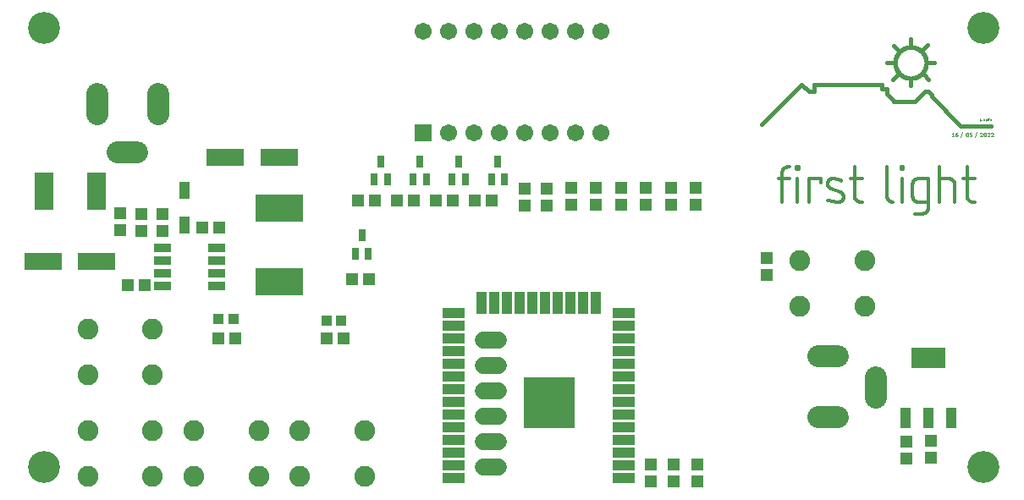
<source format=gbr>
G04 EAGLE Gerber RS-274X export*
G75*
%MOMM*%
%FSLAX34Y34*%
%LPD*%
%INSoldermask Top*%
%IPPOS*%
%AMOC8*
5,1,8,0,0,1.08239X$1,22.5*%
G01*
%ADD10C,3.203200*%
%ADD11C,0.406400*%
%ADD12C,0.025400*%
%ADD13C,0.304800*%
%ADD14R,1.203200X1.303200*%
%ADD15R,3.703200X1.803200*%
%ADD16R,1.303200X1.203200*%
%ADD17R,1.003200X1.803200*%
%ADD18R,1.981200X3.708400*%
%ADD19R,1.728200X0.903200*%
%ADD20C,2.203200*%
%ADD21R,1.003200X1.003200*%
%ADD22R,1.103200X2.003200*%
%ADD23R,3.403200X2.003200*%
%ADD24C,2.082800*%
%ADD25R,0.703200X1.203200*%
%ADD26R,1.711200X1.711200*%
%ADD27C,1.711200*%
%ADD28R,4.703200X2.703200*%
%ADD29R,2.203200X1.103200*%
%ADD30R,1.103200X2.203200*%
%ADD31R,5.203200X5.203200*%
%ADD32C,1.727200*%


D10*
X970000Y470000D03*
X970000Y30000D03*
X30000Y470000D03*
X30000Y30000D03*
D11*
X947000Y372000D02*
X977000Y372000D01*
X788000Y413000D02*
X748000Y373000D01*
X788000Y413000D02*
X795000Y406000D01*
X800000Y406000D01*
X800000Y413000D01*
X868000Y413000D01*
X868000Y409000D01*
X873000Y409000D01*
X873000Y404000D01*
X880000Y397000D01*
X880000Y396000D01*
X901000Y396000D01*
X911000Y406000D01*
X915000Y406000D01*
X918000Y403000D01*
X918000Y401000D01*
X947000Y372000D01*
X881380Y435000D02*
X881385Y435383D01*
X881399Y435766D01*
X881422Y436149D01*
X881455Y436531D01*
X881497Y436912D01*
X881549Y437292D01*
X881610Y437670D01*
X881680Y438047D01*
X881760Y438422D01*
X881848Y438795D01*
X881946Y439166D01*
X882053Y439534D01*
X882168Y439900D01*
X882293Y440262D01*
X882427Y440622D01*
X882569Y440978D01*
X882720Y441330D01*
X882880Y441678D01*
X883048Y442023D01*
X883224Y442363D01*
X883409Y442699D01*
X883602Y443030D01*
X883803Y443357D01*
X884012Y443678D01*
X884229Y443994D01*
X884454Y444305D01*
X884686Y444610D01*
X884926Y444909D01*
X885172Y445203D01*
X885426Y445490D01*
X885687Y445771D01*
X885955Y446045D01*
X886229Y446313D01*
X886510Y446574D01*
X886797Y446828D01*
X887091Y447074D01*
X887390Y447314D01*
X887695Y447546D01*
X888006Y447771D01*
X888322Y447988D01*
X888643Y448197D01*
X888970Y448398D01*
X889301Y448591D01*
X889637Y448776D01*
X889977Y448952D01*
X890322Y449120D01*
X890670Y449280D01*
X891022Y449431D01*
X891378Y449573D01*
X891738Y449707D01*
X892100Y449832D01*
X892466Y449947D01*
X892834Y450054D01*
X893205Y450152D01*
X893578Y450240D01*
X893953Y450320D01*
X894330Y450390D01*
X894708Y450451D01*
X895088Y450503D01*
X895469Y450545D01*
X895851Y450578D01*
X896234Y450601D01*
X896617Y450615D01*
X897000Y450620D01*
X897383Y450615D01*
X897766Y450601D01*
X898149Y450578D01*
X898531Y450545D01*
X898912Y450503D01*
X899292Y450451D01*
X899670Y450390D01*
X900047Y450320D01*
X900422Y450240D01*
X900795Y450152D01*
X901166Y450054D01*
X901534Y449947D01*
X901900Y449832D01*
X902262Y449707D01*
X902622Y449573D01*
X902978Y449431D01*
X903330Y449280D01*
X903678Y449120D01*
X904023Y448952D01*
X904363Y448776D01*
X904699Y448591D01*
X905030Y448398D01*
X905357Y448197D01*
X905678Y447988D01*
X905994Y447771D01*
X906305Y447546D01*
X906610Y447314D01*
X906909Y447074D01*
X907203Y446828D01*
X907490Y446574D01*
X907771Y446313D01*
X908045Y446045D01*
X908313Y445771D01*
X908574Y445490D01*
X908828Y445203D01*
X909074Y444909D01*
X909314Y444610D01*
X909546Y444305D01*
X909771Y443994D01*
X909988Y443678D01*
X910197Y443357D01*
X910398Y443030D01*
X910591Y442699D01*
X910776Y442363D01*
X910952Y442023D01*
X911120Y441678D01*
X911280Y441330D01*
X911431Y440978D01*
X911573Y440622D01*
X911707Y440262D01*
X911832Y439900D01*
X911947Y439534D01*
X912054Y439166D01*
X912152Y438795D01*
X912240Y438422D01*
X912320Y438047D01*
X912390Y437670D01*
X912451Y437292D01*
X912503Y436912D01*
X912545Y436531D01*
X912578Y436149D01*
X912601Y435766D01*
X912615Y435383D01*
X912620Y435000D01*
X912615Y434617D01*
X912601Y434234D01*
X912578Y433851D01*
X912545Y433469D01*
X912503Y433088D01*
X912451Y432708D01*
X912390Y432330D01*
X912320Y431953D01*
X912240Y431578D01*
X912152Y431205D01*
X912054Y430834D01*
X911947Y430466D01*
X911832Y430100D01*
X911707Y429738D01*
X911573Y429378D01*
X911431Y429022D01*
X911280Y428670D01*
X911120Y428322D01*
X910952Y427977D01*
X910776Y427637D01*
X910591Y427301D01*
X910398Y426970D01*
X910197Y426643D01*
X909988Y426322D01*
X909771Y426006D01*
X909546Y425695D01*
X909314Y425390D01*
X909074Y425091D01*
X908828Y424797D01*
X908574Y424510D01*
X908313Y424229D01*
X908045Y423955D01*
X907771Y423687D01*
X907490Y423426D01*
X907203Y423172D01*
X906909Y422926D01*
X906610Y422686D01*
X906305Y422454D01*
X905994Y422229D01*
X905678Y422012D01*
X905357Y421803D01*
X905030Y421602D01*
X904699Y421409D01*
X904363Y421224D01*
X904023Y421048D01*
X903678Y420880D01*
X903330Y420720D01*
X902978Y420569D01*
X902622Y420427D01*
X902262Y420293D01*
X901900Y420168D01*
X901534Y420053D01*
X901166Y419946D01*
X900795Y419848D01*
X900422Y419760D01*
X900047Y419680D01*
X899670Y419610D01*
X899292Y419549D01*
X898912Y419497D01*
X898531Y419455D01*
X898149Y419422D01*
X897766Y419399D01*
X897383Y419385D01*
X897000Y419380D01*
X896617Y419385D01*
X896234Y419399D01*
X895851Y419422D01*
X895469Y419455D01*
X895088Y419497D01*
X894708Y419549D01*
X894330Y419610D01*
X893953Y419680D01*
X893578Y419760D01*
X893205Y419848D01*
X892834Y419946D01*
X892466Y420053D01*
X892100Y420168D01*
X891738Y420293D01*
X891378Y420427D01*
X891022Y420569D01*
X890670Y420720D01*
X890322Y420880D01*
X889977Y421048D01*
X889637Y421224D01*
X889301Y421409D01*
X888970Y421602D01*
X888643Y421803D01*
X888322Y422012D01*
X888006Y422229D01*
X887695Y422454D01*
X887390Y422686D01*
X887091Y422926D01*
X886797Y423172D01*
X886510Y423426D01*
X886229Y423687D01*
X885955Y423955D01*
X885687Y424229D01*
X885426Y424510D01*
X885172Y424797D01*
X884926Y425091D01*
X884686Y425390D01*
X884454Y425695D01*
X884229Y426006D01*
X884012Y426322D01*
X883803Y426643D01*
X883602Y426970D01*
X883409Y427301D01*
X883224Y427637D01*
X883048Y427977D01*
X882880Y428322D01*
X882720Y428670D01*
X882569Y429022D01*
X882427Y429378D01*
X882293Y429738D01*
X882168Y430100D01*
X882053Y430466D01*
X881946Y430834D01*
X881848Y431205D01*
X881760Y431578D01*
X881680Y431953D01*
X881610Y432330D01*
X881549Y432708D01*
X881497Y433088D01*
X881455Y433469D01*
X881422Y433851D01*
X881399Y434234D01*
X881385Y434617D01*
X881380Y435000D01*
X897000Y417000D02*
X897000Y412000D01*
X897000Y454000D02*
X897000Y459000D01*
X878000Y435000D02*
X873000Y435000D01*
X916000Y435000D02*
X921000Y435000D01*
X883000Y422000D02*
X879000Y418000D01*
X910000Y449000D02*
X914000Y453000D01*
X911000Y422000D02*
X915000Y418000D01*
X884000Y448000D02*
X880000Y452000D01*
D12*
X966635Y378651D02*
X966635Y376746D01*
X966633Y376709D01*
X966628Y376672D01*
X966619Y376635D01*
X966606Y376600D01*
X966590Y376566D01*
X966571Y376534D01*
X966549Y376504D01*
X966523Y376477D01*
X966496Y376451D01*
X966466Y376429D01*
X966434Y376410D01*
X966400Y376394D01*
X966365Y376381D01*
X966328Y376372D01*
X966291Y376367D01*
X966254Y376365D01*
X966127Y376365D01*
X966572Y379286D02*
X966572Y379413D01*
X966699Y379413D01*
X966699Y379286D01*
X966572Y379286D01*
X967530Y377254D02*
X967530Y377127D01*
X967530Y377254D02*
X967657Y377254D01*
X967657Y377127D01*
X967530Y377127D01*
X970108Y377127D02*
X969727Y378651D01*
X970489Y378143D02*
X970108Y377127D01*
X970870Y377127D02*
X970489Y378143D01*
X971251Y378651D02*
X970870Y377127D01*
X972115Y376365D02*
X972369Y376365D01*
X973131Y378651D01*
X972115Y378651D02*
X972623Y377127D01*
X974044Y377508D02*
X974044Y379413D01*
X974044Y377508D02*
X974046Y377471D01*
X974051Y377434D01*
X974060Y377397D01*
X974073Y377362D01*
X974089Y377328D01*
X974108Y377296D01*
X974130Y377266D01*
X974156Y377239D01*
X974183Y377213D01*
X974213Y377191D01*
X974245Y377172D01*
X974279Y377156D01*
X974314Y377143D01*
X974351Y377134D01*
X974388Y377129D01*
X974425Y377127D01*
X975214Y377127D02*
X975214Y378651D01*
X975150Y379286D02*
X975150Y379413D01*
X975277Y379413D01*
X975277Y379286D01*
X975150Y379286D01*
X976534Y377127D02*
X977169Y377127D01*
X976534Y377127D02*
X976497Y377129D01*
X976460Y377134D01*
X976423Y377143D01*
X976388Y377156D01*
X976354Y377172D01*
X976322Y377191D01*
X976292Y377213D01*
X976265Y377239D01*
X976239Y377266D01*
X976217Y377296D01*
X976198Y377328D01*
X976182Y377362D01*
X976169Y377397D01*
X976160Y377434D01*
X976155Y377471D01*
X976153Y377508D01*
X976153Y378143D01*
X976155Y378187D01*
X976161Y378231D01*
X976170Y378274D01*
X976184Y378317D01*
X976201Y378358D01*
X976221Y378397D01*
X976245Y378434D01*
X976272Y378470D01*
X976302Y378502D01*
X976334Y378532D01*
X976370Y378559D01*
X976407Y378583D01*
X976446Y378603D01*
X976487Y378620D01*
X976530Y378634D01*
X976573Y378643D01*
X976617Y378649D01*
X976661Y378651D01*
X976705Y378649D01*
X976749Y378643D01*
X976792Y378634D01*
X976835Y378620D01*
X976876Y378603D01*
X976915Y378583D01*
X976952Y378559D01*
X976988Y378532D01*
X977020Y378502D01*
X977050Y378470D01*
X977077Y378434D01*
X977101Y378397D01*
X977121Y378358D01*
X977138Y378317D01*
X977152Y378274D01*
X977161Y378231D01*
X977167Y378187D01*
X977169Y378143D01*
X977169Y377889D01*
X976153Y377889D01*
X939185Y364937D02*
X938127Y364090D01*
X939185Y364937D02*
X939185Y361127D01*
X938127Y361127D02*
X940244Y361127D01*
X941785Y363244D02*
X943055Y363244D01*
X943110Y363242D01*
X943166Y363237D01*
X943220Y363228D01*
X943274Y363215D01*
X943327Y363199D01*
X943379Y363180D01*
X943430Y363157D01*
X943479Y363131D01*
X943526Y363101D01*
X943571Y363069D01*
X943613Y363034D01*
X943654Y362996D01*
X943692Y362955D01*
X943727Y362913D01*
X943759Y362868D01*
X943789Y362821D01*
X943815Y362772D01*
X943838Y362721D01*
X943857Y362669D01*
X943873Y362616D01*
X943886Y362562D01*
X943895Y362508D01*
X943900Y362452D01*
X943902Y362397D01*
X943901Y362397D02*
X943901Y362185D01*
X943899Y362121D01*
X943893Y362057D01*
X943884Y361994D01*
X943870Y361932D01*
X943853Y361870D01*
X943832Y361810D01*
X943808Y361751D01*
X943780Y361693D01*
X943748Y361638D01*
X943714Y361584D01*
X943676Y361533D01*
X943635Y361483D01*
X943591Y361437D01*
X943545Y361393D01*
X943495Y361352D01*
X943444Y361314D01*
X943390Y361280D01*
X943335Y361248D01*
X943277Y361220D01*
X943218Y361196D01*
X943158Y361175D01*
X943096Y361158D01*
X943034Y361144D01*
X942971Y361135D01*
X942907Y361129D01*
X942843Y361127D01*
X942779Y361129D01*
X942715Y361135D01*
X942652Y361144D01*
X942590Y361158D01*
X942528Y361175D01*
X942468Y361196D01*
X942409Y361220D01*
X942351Y361248D01*
X942296Y361280D01*
X942242Y361314D01*
X942191Y361352D01*
X942141Y361393D01*
X942095Y361437D01*
X942051Y361483D01*
X942010Y361533D01*
X941972Y361584D01*
X941938Y361638D01*
X941906Y361693D01*
X941878Y361751D01*
X941854Y361810D01*
X941833Y361870D01*
X941816Y361932D01*
X941802Y361994D01*
X941793Y362057D01*
X941787Y362121D01*
X941785Y362185D01*
X941785Y363244D01*
X941787Y363325D01*
X941793Y363405D01*
X941802Y363485D01*
X941816Y363564D01*
X941833Y363643D01*
X941854Y363721D01*
X941878Y363798D01*
X941906Y363873D01*
X941938Y363947D01*
X941973Y364020D01*
X942012Y364090D01*
X942054Y364159D01*
X942099Y364226D01*
X942147Y364291D01*
X942199Y364353D01*
X942253Y364412D01*
X942310Y364469D01*
X942369Y364523D01*
X942431Y364575D01*
X942496Y364623D01*
X942563Y364668D01*
X942631Y364710D01*
X942702Y364749D01*
X942775Y364784D01*
X942849Y364816D01*
X942924Y364844D01*
X943001Y364868D01*
X943079Y364889D01*
X943158Y364906D01*
X943237Y364920D01*
X943317Y364929D01*
X943397Y364935D01*
X943478Y364937D01*
X948932Y365360D02*
X947239Y360704D01*
X952269Y363032D02*
X952271Y363142D01*
X952277Y363251D01*
X952286Y363360D01*
X952300Y363469D01*
X952317Y363577D01*
X952338Y363685D01*
X952362Y363791D01*
X952391Y363897D01*
X952423Y364002D01*
X952458Y364106D01*
X952497Y364208D01*
X952540Y364309D01*
X952587Y364408D01*
X952607Y364458D01*
X952629Y364507D01*
X952655Y364555D01*
X952684Y364600D01*
X952717Y364643D01*
X952752Y364684D01*
X952790Y364723D01*
X952830Y364758D01*
X952873Y364791D01*
X952918Y364821D01*
X952965Y364848D01*
X953013Y364871D01*
X953063Y364891D01*
X953115Y364907D01*
X953167Y364920D01*
X953220Y364930D01*
X953274Y364935D01*
X953328Y364937D01*
X953382Y364935D01*
X953436Y364930D01*
X953489Y364920D01*
X953541Y364907D01*
X953593Y364891D01*
X953643Y364871D01*
X953691Y364848D01*
X953738Y364821D01*
X953783Y364791D01*
X953826Y364758D01*
X953866Y364723D01*
X953904Y364684D01*
X953939Y364643D01*
X953972Y364600D01*
X954001Y364555D01*
X954027Y364507D01*
X954049Y364458D01*
X954069Y364408D01*
X954116Y364309D01*
X954159Y364208D01*
X954198Y364106D01*
X954233Y364002D01*
X954265Y363897D01*
X954294Y363791D01*
X954318Y363685D01*
X954339Y363577D01*
X954356Y363469D01*
X954370Y363360D01*
X954379Y363251D01*
X954385Y363142D01*
X954387Y363032D01*
X952269Y363032D02*
X952271Y362922D01*
X952277Y362813D01*
X952286Y362704D01*
X952300Y362595D01*
X952317Y362487D01*
X952338Y362379D01*
X952362Y362273D01*
X952391Y362167D01*
X952423Y362062D01*
X952458Y361959D01*
X952497Y361856D01*
X952540Y361755D01*
X952587Y361656D01*
X952607Y361606D01*
X952629Y361557D01*
X952655Y361509D01*
X952684Y361464D01*
X952717Y361421D01*
X952752Y361380D01*
X952790Y361341D01*
X952830Y361306D01*
X952873Y361273D01*
X952918Y361243D01*
X952965Y361216D01*
X953013Y361193D01*
X953063Y361173D01*
X953115Y361157D01*
X953167Y361144D01*
X953220Y361134D01*
X953274Y361129D01*
X953328Y361127D01*
X954068Y361656D02*
X954115Y361755D01*
X954158Y361856D01*
X954197Y361959D01*
X954232Y362062D01*
X954264Y362167D01*
X954293Y362273D01*
X954317Y362379D01*
X954338Y362487D01*
X954355Y362595D01*
X954369Y362704D01*
X954378Y362813D01*
X954384Y362922D01*
X954386Y363032D01*
X954069Y361656D02*
X954049Y361606D01*
X954027Y361557D01*
X954001Y361509D01*
X953972Y361464D01*
X953939Y361421D01*
X953904Y361380D01*
X953866Y361341D01*
X953826Y361306D01*
X953783Y361273D01*
X953738Y361243D01*
X953691Y361216D01*
X953643Y361193D01*
X953593Y361173D01*
X953541Y361157D01*
X953489Y361144D01*
X953436Y361134D01*
X953382Y361129D01*
X953328Y361127D01*
X952481Y361974D02*
X954175Y364090D01*
X955927Y361127D02*
X957197Y361127D01*
X957252Y361129D01*
X957308Y361134D01*
X957362Y361143D01*
X957416Y361156D01*
X957469Y361172D01*
X957521Y361191D01*
X957572Y361214D01*
X957621Y361240D01*
X957668Y361270D01*
X957713Y361302D01*
X957755Y361337D01*
X957796Y361375D01*
X957834Y361416D01*
X957869Y361458D01*
X957901Y361503D01*
X957931Y361551D01*
X957957Y361599D01*
X957980Y361650D01*
X957999Y361702D01*
X958015Y361755D01*
X958028Y361809D01*
X958037Y361863D01*
X958042Y361919D01*
X958044Y361974D01*
X958044Y362397D01*
X958042Y362452D01*
X958037Y362508D01*
X958028Y362562D01*
X958015Y362616D01*
X957999Y362669D01*
X957980Y362721D01*
X957957Y362772D01*
X957931Y362821D01*
X957901Y362868D01*
X957869Y362913D01*
X957834Y362955D01*
X957796Y362996D01*
X957755Y363034D01*
X957713Y363069D01*
X957668Y363101D01*
X957621Y363131D01*
X957572Y363157D01*
X957521Y363180D01*
X957469Y363199D01*
X957416Y363215D01*
X957362Y363228D01*
X957308Y363237D01*
X957252Y363242D01*
X957197Y363244D01*
X955927Y363244D01*
X955927Y364937D01*
X958044Y364937D01*
X963075Y365360D02*
X961381Y360704D01*
X967576Y364938D02*
X967636Y364936D01*
X967695Y364930D01*
X967755Y364921D01*
X967813Y364908D01*
X967870Y364891D01*
X967927Y364871D01*
X967982Y364847D01*
X968035Y364820D01*
X968087Y364790D01*
X968136Y364756D01*
X968183Y364719D01*
X968228Y364680D01*
X968271Y364637D01*
X968310Y364592D01*
X968347Y364545D01*
X968381Y364496D01*
X968411Y364444D01*
X968438Y364391D01*
X968462Y364336D01*
X968482Y364279D01*
X968499Y364222D01*
X968512Y364164D01*
X968521Y364104D01*
X968527Y364045D01*
X968529Y363985D01*
X967576Y364937D02*
X967509Y364935D01*
X967442Y364930D01*
X967376Y364921D01*
X967310Y364908D01*
X967246Y364892D01*
X967182Y364872D01*
X967119Y364848D01*
X967057Y364822D01*
X966998Y364792D01*
X966940Y364759D01*
X966883Y364722D01*
X966829Y364683D01*
X966777Y364641D01*
X966728Y364596D01*
X966681Y364548D01*
X966637Y364498D01*
X966595Y364445D01*
X966557Y364390D01*
X966521Y364334D01*
X966489Y364275D01*
X966460Y364215D01*
X966434Y364153D01*
X966412Y364090D01*
X968212Y363244D02*
X968253Y363286D01*
X968292Y363331D01*
X968329Y363377D01*
X968363Y363426D01*
X968394Y363476D01*
X968421Y363528D01*
X968446Y363582D01*
X968468Y363637D01*
X968487Y363693D01*
X968502Y363750D01*
X968514Y363808D01*
X968522Y363867D01*
X968527Y363926D01*
X968529Y363985D01*
X968211Y363244D02*
X966412Y361127D01*
X968529Y361127D01*
X970069Y363032D02*
X970071Y363142D01*
X970077Y363251D01*
X970086Y363360D01*
X970100Y363469D01*
X970117Y363577D01*
X970138Y363685D01*
X970162Y363791D01*
X970191Y363897D01*
X970223Y364002D01*
X970258Y364106D01*
X970297Y364208D01*
X970340Y364309D01*
X970387Y364408D01*
X970407Y364458D01*
X970429Y364507D01*
X970455Y364555D01*
X970484Y364600D01*
X970517Y364643D01*
X970552Y364684D01*
X970590Y364723D01*
X970630Y364758D01*
X970673Y364791D01*
X970718Y364821D01*
X970765Y364848D01*
X970813Y364871D01*
X970863Y364891D01*
X970915Y364907D01*
X970967Y364920D01*
X971020Y364930D01*
X971074Y364935D01*
X971128Y364937D01*
X971182Y364935D01*
X971236Y364930D01*
X971289Y364920D01*
X971341Y364907D01*
X971393Y364891D01*
X971443Y364871D01*
X971491Y364848D01*
X971538Y364821D01*
X971583Y364791D01*
X971626Y364758D01*
X971666Y364723D01*
X971704Y364684D01*
X971739Y364643D01*
X971772Y364600D01*
X971801Y364555D01*
X971827Y364507D01*
X971849Y364458D01*
X971869Y364408D01*
X971916Y364309D01*
X971959Y364208D01*
X971998Y364106D01*
X972033Y364002D01*
X972065Y363897D01*
X972094Y363791D01*
X972118Y363685D01*
X972139Y363577D01*
X972156Y363469D01*
X972170Y363360D01*
X972179Y363251D01*
X972185Y363142D01*
X972187Y363032D01*
X970070Y363032D02*
X970072Y362922D01*
X970078Y362813D01*
X970087Y362704D01*
X970101Y362595D01*
X970118Y362487D01*
X970139Y362379D01*
X970163Y362273D01*
X970192Y362167D01*
X970224Y362062D01*
X970259Y361959D01*
X970298Y361856D01*
X970341Y361755D01*
X970388Y361656D01*
X970387Y361656D02*
X970407Y361606D01*
X970429Y361557D01*
X970455Y361509D01*
X970484Y361464D01*
X970517Y361421D01*
X970552Y361380D01*
X970590Y361341D01*
X970630Y361306D01*
X970673Y361273D01*
X970718Y361243D01*
X970765Y361216D01*
X970813Y361193D01*
X970863Y361173D01*
X970915Y361157D01*
X970967Y361144D01*
X971020Y361134D01*
X971074Y361129D01*
X971128Y361127D01*
X971869Y361656D02*
X971916Y361755D01*
X971959Y361856D01*
X971998Y361959D01*
X972033Y362062D01*
X972065Y362167D01*
X972094Y362273D01*
X972118Y362379D01*
X972139Y362487D01*
X972156Y362595D01*
X972170Y362704D01*
X972179Y362813D01*
X972185Y362922D01*
X972187Y363032D01*
X971869Y361656D02*
X971849Y361606D01*
X971827Y361557D01*
X971801Y361509D01*
X971772Y361464D01*
X971739Y361421D01*
X971704Y361380D01*
X971666Y361341D01*
X971626Y361306D01*
X971583Y361273D01*
X971538Y361243D01*
X971491Y361216D01*
X971443Y361193D01*
X971393Y361173D01*
X971341Y361157D01*
X971289Y361144D01*
X971236Y361134D01*
X971182Y361129D01*
X971128Y361127D01*
X970282Y361974D02*
X971975Y364090D01*
X974892Y364938D02*
X974952Y364936D01*
X975011Y364930D01*
X975071Y364921D01*
X975129Y364908D01*
X975186Y364891D01*
X975243Y364871D01*
X975298Y364847D01*
X975351Y364820D01*
X975403Y364790D01*
X975452Y364756D01*
X975499Y364719D01*
X975544Y364680D01*
X975587Y364637D01*
X975626Y364592D01*
X975663Y364545D01*
X975697Y364496D01*
X975727Y364444D01*
X975754Y364391D01*
X975778Y364336D01*
X975798Y364279D01*
X975815Y364222D01*
X975828Y364164D01*
X975837Y364104D01*
X975843Y364045D01*
X975845Y363985D01*
X974892Y364937D02*
X974825Y364935D01*
X974758Y364930D01*
X974692Y364921D01*
X974626Y364908D01*
X974562Y364892D01*
X974498Y364872D01*
X974435Y364848D01*
X974373Y364822D01*
X974314Y364792D01*
X974256Y364759D01*
X974199Y364722D01*
X974145Y364683D01*
X974093Y364641D01*
X974044Y364596D01*
X973997Y364548D01*
X973953Y364498D01*
X973911Y364445D01*
X973873Y364390D01*
X973837Y364334D01*
X973805Y364275D01*
X973776Y364215D01*
X973750Y364153D01*
X973728Y364090D01*
X975527Y363244D02*
X975568Y363286D01*
X975607Y363331D01*
X975644Y363377D01*
X975678Y363426D01*
X975709Y363476D01*
X975736Y363528D01*
X975761Y363582D01*
X975783Y363637D01*
X975802Y363693D01*
X975817Y363750D01*
X975829Y363808D01*
X975837Y363867D01*
X975842Y363926D01*
X975844Y363985D01*
X975527Y363244D02*
X973727Y361127D01*
X975844Y361127D01*
X979502Y363985D02*
X979500Y364045D01*
X979494Y364104D01*
X979485Y364164D01*
X979472Y364222D01*
X979455Y364279D01*
X979435Y364336D01*
X979411Y364391D01*
X979384Y364444D01*
X979354Y364496D01*
X979320Y364545D01*
X979283Y364592D01*
X979244Y364637D01*
X979201Y364680D01*
X979156Y364719D01*
X979109Y364756D01*
X979060Y364790D01*
X979008Y364820D01*
X978955Y364847D01*
X978900Y364871D01*
X978843Y364891D01*
X978786Y364908D01*
X978728Y364921D01*
X978668Y364930D01*
X978609Y364936D01*
X978549Y364938D01*
X978549Y364937D02*
X978482Y364935D01*
X978415Y364930D01*
X978349Y364921D01*
X978283Y364908D01*
X978219Y364892D01*
X978155Y364872D01*
X978092Y364848D01*
X978030Y364822D01*
X977971Y364792D01*
X977913Y364759D01*
X977856Y364722D01*
X977802Y364683D01*
X977750Y364641D01*
X977701Y364596D01*
X977654Y364548D01*
X977610Y364498D01*
X977568Y364445D01*
X977530Y364390D01*
X977494Y364334D01*
X977462Y364275D01*
X977433Y364215D01*
X977407Y364153D01*
X977385Y364090D01*
X979185Y363244D02*
X979226Y363286D01*
X979265Y363331D01*
X979302Y363377D01*
X979336Y363426D01*
X979367Y363476D01*
X979394Y363528D01*
X979419Y363582D01*
X979441Y363637D01*
X979460Y363693D01*
X979475Y363750D01*
X979487Y363808D01*
X979495Y363867D01*
X979500Y363926D01*
X979502Y363985D01*
X979184Y363244D02*
X977385Y361127D01*
X979502Y361127D01*
D13*
X768419Y324734D02*
X768419Y295524D01*
X768419Y324734D02*
X768421Y324884D01*
X768427Y325035D01*
X768436Y325185D01*
X768450Y325335D01*
X768467Y325484D01*
X768489Y325633D01*
X768514Y325781D01*
X768543Y325929D01*
X768575Y326076D01*
X768612Y326222D01*
X768652Y326367D01*
X768696Y326511D01*
X768743Y326653D01*
X768795Y326795D01*
X768849Y326935D01*
X768908Y327073D01*
X768970Y327211D01*
X769035Y327346D01*
X769104Y327480D01*
X769177Y327611D01*
X769253Y327741D01*
X769332Y327869D01*
X769414Y327995D01*
X769500Y328119D01*
X769588Y328240D01*
X769680Y328360D01*
X769775Y328476D01*
X769873Y328591D01*
X769974Y328702D01*
X770077Y328811D01*
X770184Y328918D01*
X770293Y329021D01*
X770404Y329122D01*
X770519Y329220D01*
X770635Y329315D01*
X770755Y329407D01*
X770876Y329495D01*
X771000Y329581D01*
X771126Y329663D01*
X771254Y329742D01*
X771384Y329818D01*
X771515Y329891D01*
X771649Y329960D01*
X771784Y330025D01*
X771922Y330087D01*
X772060Y330146D01*
X772200Y330200D01*
X772342Y330252D01*
X772484Y330299D01*
X772628Y330343D01*
X772773Y330383D01*
X772919Y330420D01*
X773066Y330452D01*
X773214Y330481D01*
X773362Y330506D01*
X773511Y330528D01*
X773660Y330545D01*
X773810Y330559D01*
X773960Y330568D01*
X774111Y330574D01*
X774261Y330576D01*
X776208Y330576D01*
X776208Y318892D02*
X764524Y318892D01*
X783828Y318892D02*
X783828Y295524D01*
X782854Y328629D02*
X782854Y330576D01*
X784802Y330576D01*
X784802Y328629D01*
X782854Y328629D01*
X795055Y318892D02*
X795055Y295524D01*
X795055Y318892D02*
X806739Y318892D01*
X806739Y314997D01*
X817060Y309155D02*
X826796Y305261D01*
X817060Y309155D02*
X816929Y309210D01*
X816800Y309268D01*
X816673Y309329D01*
X816547Y309394D01*
X816423Y309463D01*
X816301Y309535D01*
X816182Y309611D01*
X816064Y309690D01*
X815949Y309772D01*
X815836Y309857D01*
X815725Y309945D01*
X815617Y310037D01*
X815512Y310131D01*
X815409Y310229D01*
X815309Y310329D01*
X815212Y310432D01*
X815118Y310538D01*
X815027Y310646D01*
X814939Y310757D01*
X814854Y310870D01*
X814772Y310986D01*
X814694Y311103D01*
X814619Y311223D01*
X814547Y311345D01*
X814479Y311469D01*
X814414Y311595D01*
X814353Y311723D01*
X814295Y311852D01*
X814241Y311983D01*
X814191Y312115D01*
X814144Y312249D01*
X814101Y312384D01*
X814062Y312520D01*
X814027Y312657D01*
X813996Y312795D01*
X813969Y312934D01*
X813945Y313073D01*
X813925Y313214D01*
X813910Y313354D01*
X813898Y313495D01*
X813890Y313637D01*
X813886Y313778D01*
X813887Y313920D01*
X813891Y314061D01*
X813899Y314202D01*
X813911Y314343D01*
X813927Y314484D01*
X813947Y314624D01*
X813971Y314764D01*
X813998Y314902D01*
X814030Y315040D01*
X814066Y315177D01*
X814105Y315313D01*
X814148Y315448D01*
X814195Y315582D01*
X814245Y315714D01*
X814300Y315845D01*
X814358Y315974D01*
X814419Y316101D01*
X814484Y316227D01*
X814553Y316351D01*
X814625Y316473D01*
X814700Y316592D01*
X814779Y316710D01*
X814861Y316825D01*
X814946Y316938D01*
X815035Y317049D01*
X815126Y317157D01*
X815220Y317263D01*
X815318Y317365D01*
X815418Y317465D01*
X815521Y317563D01*
X815626Y317657D01*
X815735Y317748D01*
X815845Y317836D01*
X815958Y317921D01*
X816074Y318003D01*
X816192Y318082D01*
X816311Y318157D01*
X816433Y318229D01*
X816557Y318297D01*
X816683Y318362D01*
X816811Y318423D01*
X816940Y318481D01*
X817071Y318535D01*
X817203Y318586D01*
X817337Y318632D01*
X817471Y318675D01*
X817607Y318714D01*
X817745Y318750D01*
X817883Y318781D01*
X818021Y318809D01*
X818161Y318832D01*
X818301Y318852D01*
X818442Y318868D01*
X818583Y318880D01*
X818724Y318888D01*
X818866Y318892D01*
X819007Y318891D01*
X819007Y318892D02*
X819538Y318878D01*
X820069Y318851D01*
X820600Y318811D01*
X821129Y318759D01*
X821657Y318694D01*
X822183Y318617D01*
X822707Y318526D01*
X823228Y318424D01*
X823747Y318308D01*
X824264Y318180D01*
X824776Y318040D01*
X825286Y317888D01*
X825791Y317723D01*
X826293Y317546D01*
X826790Y317358D01*
X827282Y317157D01*
X827770Y316944D01*
X826796Y305261D02*
X826927Y305206D01*
X827056Y305148D01*
X827183Y305087D01*
X827309Y305022D01*
X827433Y304953D01*
X827554Y304881D01*
X827674Y304805D01*
X827792Y304726D01*
X827907Y304644D01*
X828020Y304559D01*
X828131Y304471D01*
X828239Y304379D01*
X828344Y304285D01*
X828447Y304187D01*
X828547Y304087D01*
X828644Y303984D01*
X828738Y303878D01*
X828829Y303770D01*
X828917Y303659D01*
X829002Y303546D01*
X829084Y303430D01*
X829162Y303313D01*
X829237Y303193D01*
X829309Y303071D01*
X829377Y302947D01*
X829442Y302821D01*
X829503Y302693D01*
X829561Y302564D01*
X829615Y302433D01*
X829665Y302301D01*
X829712Y302167D01*
X829755Y302032D01*
X829794Y301896D01*
X829829Y301759D01*
X829860Y301621D01*
X829887Y301482D01*
X829911Y301343D01*
X829931Y301202D01*
X829946Y301062D01*
X829958Y300921D01*
X829966Y300779D01*
X829970Y300638D01*
X829969Y300496D01*
X829965Y300355D01*
X829957Y300214D01*
X829945Y300073D01*
X829929Y299932D01*
X829909Y299792D01*
X829885Y299652D01*
X829858Y299514D01*
X829826Y299376D01*
X829790Y299239D01*
X829751Y299103D01*
X829708Y298968D01*
X829661Y298834D01*
X829611Y298702D01*
X829556Y298571D01*
X829498Y298442D01*
X829437Y298315D01*
X829372Y298189D01*
X829303Y298065D01*
X829231Y297943D01*
X829156Y297824D01*
X829077Y297706D01*
X828995Y297591D01*
X828910Y297478D01*
X828821Y297367D01*
X828730Y297259D01*
X828636Y297153D01*
X828538Y297051D01*
X828438Y296951D01*
X828335Y296853D01*
X828230Y296759D01*
X828122Y296668D01*
X828011Y296580D01*
X827898Y296495D01*
X827782Y296413D01*
X827664Y296334D01*
X827545Y296259D01*
X827423Y296187D01*
X827299Y296119D01*
X827173Y296054D01*
X827045Y295993D01*
X826916Y295935D01*
X826785Y295881D01*
X826653Y295830D01*
X826519Y295784D01*
X826385Y295741D01*
X826249Y295702D01*
X826111Y295666D01*
X825973Y295635D01*
X825835Y295607D01*
X825695Y295584D01*
X825555Y295564D01*
X825414Y295548D01*
X825273Y295536D01*
X825132Y295528D01*
X824990Y295524D01*
X824849Y295525D01*
X824849Y295524D02*
X824069Y295545D01*
X823288Y295584D01*
X822509Y295641D01*
X821732Y295717D01*
X820957Y295811D01*
X820184Y295923D01*
X819414Y296054D01*
X818647Y296202D01*
X817884Y296369D01*
X817125Y296554D01*
X816370Y296757D01*
X815621Y296978D01*
X814877Y297216D01*
X814139Y297472D01*
X837083Y318892D02*
X848767Y318892D01*
X840978Y330576D02*
X840978Y301366D01*
X840980Y301216D01*
X840986Y301065D01*
X840995Y300915D01*
X841009Y300765D01*
X841026Y300616D01*
X841048Y300467D01*
X841073Y300319D01*
X841102Y300171D01*
X841134Y300024D01*
X841171Y299878D01*
X841211Y299733D01*
X841255Y299589D01*
X841302Y299447D01*
X841354Y299305D01*
X841408Y299165D01*
X841467Y299027D01*
X841529Y298889D01*
X841594Y298754D01*
X841663Y298620D01*
X841736Y298489D01*
X841812Y298359D01*
X841891Y298231D01*
X841973Y298105D01*
X842059Y297981D01*
X842147Y297860D01*
X842239Y297740D01*
X842334Y297624D01*
X842432Y297509D01*
X842533Y297398D01*
X842636Y297289D01*
X842743Y297182D01*
X842852Y297079D01*
X842963Y296978D01*
X843078Y296880D01*
X843194Y296785D01*
X843314Y296693D01*
X843435Y296605D01*
X843559Y296519D01*
X843685Y296437D01*
X843813Y296358D01*
X843943Y296282D01*
X844074Y296209D01*
X844208Y296140D01*
X844343Y296075D01*
X844481Y296013D01*
X844619Y295954D01*
X844759Y295900D01*
X844901Y295848D01*
X845043Y295801D01*
X845187Y295757D01*
X845332Y295717D01*
X845478Y295680D01*
X845625Y295648D01*
X845773Y295619D01*
X845921Y295594D01*
X846070Y295572D01*
X846219Y295555D01*
X846369Y295541D01*
X846519Y295532D01*
X846670Y295526D01*
X846820Y295524D01*
X848767Y295524D01*
X873278Y301366D02*
X873278Y330576D01*
X873278Y301366D02*
X873280Y301216D01*
X873286Y301065D01*
X873295Y300915D01*
X873309Y300765D01*
X873326Y300616D01*
X873348Y300467D01*
X873373Y300319D01*
X873402Y300171D01*
X873434Y300024D01*
X873471Y299878D01*
X873511Y299733D01*
X873555Y299589D01*
X873602Y299447D01*
X873654Y299305D01*
X873708Y299165D01*
X873767Y299027D01*
X873829Y298889D01*
X873894Y298754D01*
X873963Y298620D01*
X874036Y298489D01*
X874112Y298359D01*
X874191Y298231D01*
X874273Y298105D01*
X874359Y297981D01*
X874447Y297860D01*
X874539Y297740D01*
X874634Y297624D01*
X874732Y297509D01*
X874833Y297398D01*
X874936Y297289D01*
X875043Y297182D01*
X875152Y297079D01*
X875263Y296978D01*
X875378Y296880D01*
X875494Y296785D01*
X875614Y296693D01*
X875735Y296605D01*
X875859Y296519D01*
X875985Y296437D01*
X876113Y296358D01*
X876243Y296282D01*
X876374Y296209D01*
X876508Y296140D01*
X876643Y296075D01*
X876781Y296013D01*
X876919Y295954D01*
X877059Y295900D01*
X877201Y295848D01*
X877343Y295801D01*
X877487Y295757D01*
X877632Y295717D01*
X877778Y295680D01*
X877925Y295648D01*
X878073Y295619D01*
X878221Y295594D01*
X878370Y295572D01*
X878519Y295555D01*
X878669Y295541D01*
X878819Y295532D01*
X878970Y295526D01*
X879120Y295524D01*
X888603Y295524D02*
X888603Y318892D01*
X887629Y328629D02*
X887629Y330576D01*
X889577Y330576D01*
X889577Y328629D01*
X887629Y328629D01*
X904777Y295524D02*
X914514Y295524D01*
X904777Y295524D02*
X904627Y295526D01*
X904476Y295532D01*
X904326Y295541D01*
X904176Y295555D01*
X904027Y295572D01*
X903878Y295594D01*
X903730Y295619D01*
X903582Y295648D01*
X903435Y295680D01*
X903289Y295717D01*
X903144Y295757D01*
X903000Y295801D01*
X902858Y295848D01*
X902716Y295900D01*
X902576Y295954D01*
X902438Y296013D01*
X902300Y296075D01*
X902165Y296140D01*
X902031Y296209D01*
X901900Y296282D01*
X901770Y296358D01*
X901642Y296437D01*
X901516Y296519D01*
X901392Y296605D01*
X901271Y296693D01*
X901151Y296785D01*
X901035Y296880D01*
X900920Y296978D01*
X900809Y297079D01*
X900700Y297182D01*
X900593Y297289D01*
X900490Y297398D01*
X900389Y297509D01*
X900291Y297624D01*
X900196Y297740D01*
X900104Y297860D01*
X900016Y297981D01*
X899930Y298105D01*
X899848Y298231D01*
X899769Y298359D01*
X899693Y298489D01*
X899620Y298620D01*
X899551Y298754D01*
X899486Y298889D01*
X899424Y299027D01*
X899365Y299165D01*
X899311Y299305D01*
X899259Y299447D01*
X899212Y299589D01*
X899168Y299733D01*
X899128Y299878D01*
X899091Y300024D01*
X899059Y300171D01*
X899030Y300319D01*
X899005Y300467D01*
X898983Y300616D01*
X898966Y300765D01*
X898952Y300915D01*
X898943Y301065D01*
X898937Y301216D01*
X898935Y301366D01*
X898935Y313050D01*
X898937Y313200D01*
X898943Y313351D01*
X898952Y313501D01*
X898966Y313651D01*
X898983Y313800D01*
X899005Y313949D01*
X899030Y314097D01*
X899059Y314245D01*
X899091Y314392D01*
X899128Y314538D01*
X899168Y314683D01*
X899212Y314827D01*
X899259Y314969D01*
X899311Y315111D01*
X899365Y315251D01*
X899424Y315389D01*
X899486Y315527D01*
X899551Y315662D01*
X899620Y315796D01*
X899693Y315927D01*
X899769Y316057D01*
X899848Y316185D01*
X899930Y316311D01*
X900016Y316435D01*
X900104Y316556D01*
X900196Y316676D01*
X900291Y316792D01*
X900389Y316907D01*
X900490Y317018D01*
X900593Y317127D01*
X900700Y317234D01*
X900809Y317337D01*
X900920Y317438D01*
X901035Y317536D01*
X901151Y317631D01*
X901271Y317723D01*
X901392Y317811D01*
X901516Y317897D01*
X901642Y317979D01*
X901770Y318058D01*
X901900Y318134D01*
X902031Y318207D01*
X902165Y318276D01*
X902300Y318341D01*
X902438Y318403D01*
X902576Y318462D01*
X902716Y318516D01*
X902858Y318568D01*
X903000Y318615D01*
X903144Y318659D01*
X903289Y318699D01*
X903435Y318736D01*
X903582Y318768D01*
X903730Y318797D01*
X903878Y318822D01*
X904027Y318844D01*
X904176Y318861D01*
X904326Y318875D01*
X904476Y318884D01*
X904627Y318890D01*
X904777Y318892D01*
X914514Y318892D01*
X914514Y289682D01*
X914512Y289532D01*
X914506Y289381D01*
X914497Y289231D01*
X914483Y289081D01*
X914466Y288932D01*
X914444Y288783D01*
X914419Y288635D01*
X914390Y288487D01*
X914358Y288340D01*
X914321Y288194D01*
X914281Y288049D01*
X914237Y287905D01*
X914190Y287763D01*
X914138Y287621D01*
X914084Y287481D01*
X914025Y287343D01*
X913963Y287205D01*
X913898Y287070D01*
X913829Y286936D01*
X913756Y286805D01*
X913680Y286675D01*
X913601Y286547D01*
X913519Y286421D01*
X913433Y286297D01*
X913345Y286176D01*
X913253Y286056D01*
X913158Y285940D01*
X913060Y285825D01*
X912959Y285714D01*
X912856Y285605D01*
X912749Y285498D01*
X912640Y285395D01*
X912529Y285294D01*
X912414Y285196D01*
X912298Y285101D01*
X912178Y285009D01*
X912057Y284921D01*
X911933Y284835D01*
X911807Y284753D01*
X911679Y284674D01*
X911549Y284598D01*
X911418Y284525D01*
X911284Y284456D01*
X911149Y284391D01*
X911011Y284329D01*
X910873Y284270D01*
X910733Y284216D01*
X910591Y284164D01*
X910449Y284117D01*
X910305Y284073D01*
X910160Y284033D01*
X910014Y283996D01*
X909867Y283964D01*
X909719Y283935D01*
X909571Y283910D01*
X909422Y283888D01*
X909273Y283871D01*
X909123Y283857D01*
X908973Y283848D01*
X908822Y283842D01*
X908672Y283840D01*
X900883Y283840D01*
X925581Y295524D02*
X925581Y330576D01*
X925581Y318892D02*
X935318Y318892D01*
X935468Y318890D01*
X935619Y318884D01*
X935769Y318875D01*
X935919Y318861D01*
X936068Y318844D01*
X936217Y318822D01*
X936365Y318797D01*
X936513Y318768D01*
X936660Y318736D01*
X936806Y318699D01*
X936951Y318659D01*
X937095Y318615D01*
X937237Y318568D01*
X937379Y318516D01*
X937519Y318462D01*
X937657Y318403D01*
X937795Y318341D01*
X937930Y318276D01*
X938064Y318207D01*
X938195Y318134D01*
X938325Y318058D01*
X938453Y317979D01*
X938579Y317897D01*
X938703Y317811D01*
X938824Y317723D01*
X938944Y317631D01*
X939060Y317536D01*
X939175Y317438D01*
X939286Y317337D01*
X939395Y317234D01*
X939502Y317127D01*
X939605Y317018D01*
X939706Y316907D01*
X939804Y316792D01*
X939899Y316676D01*
X939991Y316556D01*
X940079Y316435D01*
X940165Y316311D01*
X940247Y316185D01*
X940326Y316057D01*
X940402Y315927D01*
X940475Y315796D01*
X940544Y315662D01*
X940609Y315527D01*
X940671Y315389D01*
X940730Y315251D01*
X940784Y315111D01*
X940836Y314969D01*
X940883Y314827D01*
X940927Y314683D01*
X940967Y314538D01*
X941004Y314392D01*
X941036Y314245D01*
X941065Y314097D01*
X941090Y313949D01*
X941112Y313800D01*
X941129Y313651D01*
X941143Y313501D01*
X941152Y313351D01*
X941158Y313200D01*
X941160Y313050D01*
X941160Y295524D01*
X949478Y318892D02*
X961162Y318892D01*
X953373Y330576D02*
X953373Y301366D01*
X953375Y301216D01*
X953381Y301065D01*
X953390Y300915D01*
X953404Y300765D01*
X953421Y300616D01*
X953443Y300467D01*
X953468Y300319D01*
X953497Y300171D01*
X953529Y300024D01*
X953566Y299878D01*
X953606Y299733D01*
X953650Y299589D01*
X953697Y299447D01*
X953749Y299305D01*
X953803Y299165D01*
X953862Y299027D01*
X953924Y298889D01*
X953989Y298754D01*
X954058Y298620D01*
X954131Y298489D01*
X954207Y298359D01*
X954286Y298231D01*
X954368Y298105D01*
X954454Y297981D01*
X954542Y297860D01*
X954634Y297740D01*
X954729Y297624D01*
X954827Y297509D01*
X954928Y297398D01*
X955031Y297289D01*
X955138Y297182D01*
X955247Y297079D01*
X955358Y296978D01*
X955473Y296880D01*
X955589Y296785D01*
X955709Y296693D01*
X955830Y296605D01*
X955954Y296519D01*
X956080Y296437D01*
X956208Y296358D01*
X956338Y296282D01*
X956469Y296209D01*
X956603Y296140D01*
X956738Y296075D01*
X956876Y296013D01*
X957014Y295954D01*
X957154Y295900D01*
X957296Y295848D01*
X957438Y295801D01*
X957582Y295757D01*
X957727Y295717D01*
X957873Y295680D01*
X958020Y295648D01*
X958168Y295619D01*
X958316Y295594D01*
X958465Y295572D01*
X958614Y295555D01*
X958764Y295541D01*
X958914Y295532D01*
X959065Y295526D01*
X959215Y295524D01*
X961162Y295524D01*
D14*
X637000Y32800D03*
X637000Y15800D03*
X660200Y33100D03*
X660200Y16100D03*
X683400Y32800D03*
X683400Y15800D03*
D15*
X265400Y340600D03*
X211400Y340600D03*
D16*
X188500Y269700D03*
X205500Y269700D03*
D15*
X82800Y236500D03*
X28800Y236500D03*
D17*
X170100Y272900D03*
X170100Y306900D03*
D18*
X30138Y306200D03*
X82462Y306200D03*
D19*
X202320Y211150D03*
X202320Y223850D03*
X202320Y236550D03*
X202320Y249250D03*
X148080Y249250D03*
X148080Y236550D03*
X148080Y223850D03*
X148080Y211150D03*
D20*
X144300Y383700D02*
X144300Y403700D01*
X83300Y403700D02*
X83300Y383700D01*
X103300Y345700D02*
X123300Y345700D01*
X804500Y141100D02*
X824500Y141100D01*
X824500Y80100D02*
X804500Y80100D01*
X862500Y100100D02*
X862500Y120100D01*
D21*
X219450Y178150D03*
X204450Y178150D03*
X327500Y177150D03*
X312500Y177150D03*
D22*
X891900Y79500D03*
X914900Y79500D03*
X937900Y79500D03*
D23*
X914900Y139500D03*
D16*
X682000Y292500D03*
X682000Y309500D03*
D14*
X383000Y297050D03*
X400000Y297050D03*
X422000Y297050D03*
X439000Y297050D03*
X461000Y297050D03*
X478000Y297050D03*
X338000Y218050D03*
X355000Y218050D03*
D16*
X892600Y39200D03*
X892600Y56200D03*
X917200Y39500D03*
X917200Y56500D03*
D14*
X312500Y159050D03*
X329500Y159050D03*
X204550Y159050D03*
X221550Y159050D03*
X114000Y212000D03*
X131000Y212000D03*
D16*
X657000Y292500D03*
X657000Y309500D03*
X148100Y266900D03*
X148100Y283900D03*
X127000Y266900D03*
X127000Y283900D03*
X106000Y267100D03*
X106000Y284100D03*
X632000Y292500D03*
X632000Y309500D03*
X607000Y292500D03*
X607000Y309500D03*
X582000Y292500D03*
X582000Y309500D03*
X557000Y292500D03*
X557000Y309500D03*
X533200Y308900D03*
X533200Y291900D03*
X510600Y309100D03*
X510600Y292100D03*
D14*
X344000Y297050D03*
X361000Y297050D03*
D24*
X785988Y236806D03*
X851012Y236806D03*
X785988Y191594D03*
X851012Y191594D03*
X73588Y168106D03*
X138612Y168106D03*
X73588Y122894D03*
X138612Y122894D03*
X73588Y66406D03*
X138612Y66406D03*
X73588Y21194D03*
X138612Y21194D03*
X179538Y66406D03*
X244562Y66406D03*
X179538Y21194D03*
X244562Y21194D03*
X285488Y66406D03*
X350512Y66406D03*
X285488Y21194D03*
X350512Y21194D03*
D25*
X405900Y336100D03*
X399400Y318100D03*
X412400Y318100D03*
X444900Y336100D03*
X438400Y318100D03*
X451400Y318100D03*
X483900Y336100D03*
X477400Y318100D03*
X490400Y318100D03*
X366900Y336100D03*
X360400Y318100D03*
X373400Y318100D03*
X347900Y262100D03*
X341400Y244100D03*
X354400Y244100D03*
D26*
X409000Y364400D03*
D27*
X434400Y364400D03*
X459800Y364400D03*
X485200Y364400D03*
X510600Y364400D03*
X536000Y364400D03*
X561400Y364400D03*
X586800Y364400D03*
X586800Y466000D03*
X561400Y466000D03*
X536000Y466000D03*
X510600Y466000D03*
X485200Y466000D03*
X459800Y466000D03*
X434400Y466000D03*
X409000Y466000D03*
D28*
X265400Y289500D03*
X265400Y215500D03*
D29*
X610000Y19400D03*
X610000Y32100D03*
X610000Y44800D03*
X610000Y57500D03*
X610000Y70200D03*
X610000Y82900D03*
X610000Y95600D03*
X610000Y108300D03*
X610000Y121000D03*
X610000Y133700D03*
X610000Y146400D03*
X610000Y159100D03*
X610000Y171800D03*
X610000Y184500D03*
D30*
X582150Y194500D03*
X569450Y194500D03*
X556750Y194500D03*
X544050Y194500D03*
X531350Y194500D03*
X518650Y194500D03*
X505950Y194500D03*
X493250Y194500D03*
X480550Y194500D03*
X467850Y194500D03*
D29*
X440000Y184500D03*
X440000Y171800D03*
X440000Y159100D03*
X440000Y146400D03*
X440000Y133700D03*
X440000Y121000D03*
X440000Y108300D03*
X440000Y95600D03*
X440000Y82900D03*
X440000Y70200D03*
X440000Y57500D03*
X440000Y44800D03*
X440000Y32100D03*
X440000Y19400D03*
D31*
X535000Y94400D03*
D16*
X753000Y239500D03*
X753000Y222500D03*
D32*
X484620Y157500D02*
X469380Y157500D01*
X469380Y132100D02*
X484620Y132100D01*
X484620Y106700D02*
X469380Y106700D01*
X469380Y81300D02*
X484620Y81300D01*
X484620Y55900D02*
X469380Y55900D01*
X469380Y30500D02*
X484620Y30500D01*
M02*

</source>
